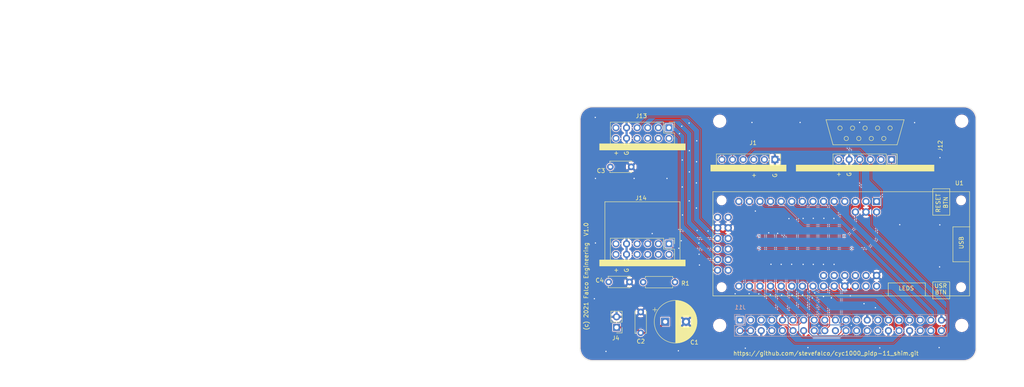
<source format=kicad_pcb>
(kicad_pcb (version 20171130) (host pcbnew 5.1.9-1.fc33)
  (title_block (title "PDP2011 Shim for PiDP-11") (date 2021-01-29) (rev 1) (company "Falco Engineering"))
  (layers (0 F.Cu signal) (1 In1.Cu signal) (2 In2.Cu signal) (31 B.Cu signal) (34 B.Paste user) (35 F.Paste user) (36 B.SilkS user) (37 F.SilkS user) (38 B.Mask user) (39 F.Mask user) (44 Edge.Cuts user))
  (net 0 "")
  (net 1 GND)
  (net 2 /VIN)
  (net 3 /VCC5)
  (net 4 /COL2)
  (net 5 /TX1)
  (net 6 /RX1)
  (net 7 /ROW1)
  (net 8 /ROW2)
  (net 9 /COL1)
  (net 10 /XLED2)
  (net 11 /XLED3)
  (net 12 /XLED4)
  (net 13 /COL8)
  (net 14 /COL7)
  (net 15 /XLED5)
  (net 16 /COL9)
  (net 17 /COL6)
  (net 18 /COL5)
  (net 19 /COL3)
  (net 20 /COL4)
  (net 21 /COL10)
  (net 22 /COL11)
  (net 23 /RESET_N)
  (net 24 /ROW0)
  (net 25 /COL0)
  (net 26 /XLED0)
  (net 27 /XLED1)
  (net 28 /RTS)
  (net 29 /CTS)
  (net 30 /VCC33)
  (net 31 /USD_CS)
  (net 32 /USD_MOSI)
  (net 33 /USD_MISO)
  (net 34 /USD_SCK)
  (net 35 /ETH_SCK)
  (net 36 /ETH_MISO)
  (net 37 /ETH_MOSI)
  (net 38 /INT)
  (net 39 /ETH_SS)
  (module falco_CYC1000:CYC1000 (layer F.Cu) (at 271.094566 111.755894 270)
    (fp_text reference U1 (at -4.395894 -19.825434 180) (layer F.SilkS))
    (fp_text value CYC1000)
    (fp_text user LEDS (at 20.828 -7.112) (layer F.SilkS))
    (fp_text user BTN (at 0.264106 -16.565434 90) (layer F.SilkS))
    (fp_text user RESET (at 0.394106 -14.765434 90) (layer F.SilkS))
    (fp_text user BTN (at 21.794106 -15.385434 180) (layer F.SilkS))
    (fp_text user USR (at 20.274106 -15.345434 180) (layer F.SilkS))
    (fp_text user USB (at 9.906 -20.32 90) (layer F.SilkS))
    (pad "" np_thru_hole circle (at 20.584414 -20.2438 270) (size 2 2) (drill 2) (layers *.Cu *.Mask))
    (pad "" np_thru_hole circle (at 20.584414 37.1348 270) (size 2 2) (drill 2) (layers *.Cu *.Mask))
    (pad "" np_thru_hole circle (at -0.254 37.1348 270) (size 2 2) (drill 2) (layers *.Cu *.Mask))
    (pad "" np_thru_hole circle (at -0.254 -20.2438 270) (size 2 2) (drill 2) (layers *.Cu *.Mask))
    (pad 49 thru_hole circle (at 16.51 38.1 270) (size 1.778 1.778) (drill 1.016) (layers *.Cu *.Mask) (net 39 /ETH_SS))
    (pad 48 thru_hole circle (at 13.97 38.1 270) (size 1.778 1.778) (drill 1.016) (layers *.Cu *.Mask) (net 37 /ETH_MOSI))
    (pad 47 thru_hole circle (at 11.43 38.1 270) (size 1.778 1.778) (drill 1.016) (layers *.Cu *.Mask) (net 36 /ETH_MISO))
    (pad 46 thru_hole circle (at 8.89 38.1 270) (size 1.778 1.778) (drill 1.016) (layers *.Cu *.Mask) (net 35 /ETH_SCK))
    (pad 45 thru_hole circle (at 6.35 38.1 270) (size 1.778 1.778) (drill 1.016) (layers *.Cu *.Mask) (net 1 GND))
    (pad 44 thru_hole circle (at 3.81 38.1 270) (size 1.778 1.778) (drill 1.016) (layers *.Cu *.Mask) (net 30 /VCC33))
    (pad 43 thru_hole circle (at 16.51 35.56 270) (size 1.778 1.778) (drill 1.016) (layers *.Cu *.Mask) (net 31 /USD_CS))
    (pad 42 thru_hole circle (at 13.97 35.56 270) (size 1.778 1.778) (drill 1.016) (layers *.Cu *.Mask) (net 32 /USD_MOSI))
    (pad 41 thru_hole circle (at 11.43 35.56 270) (size 1.778 1.778) (drill 1.016) (layers *.Cu *.Mask) (net 33 /USD_MISO))
    (pad 40 thru_hole circle (at 8.89 35.56 270) (size 1.778 1.778) (drill 1.016) (layers *.Cu *.Mask) (net 34 /USD_SCK))
    (pad 39 thru_hole circle (at 6.35 35.56 270) (size 1.778 1.778) (drill 1.016) (layers *.Cu *.Mask) (net 1 GND))
    (pad 38 thru_hole circle (at 3.81 35.56 270) (size 1.778 1.778) (drill 1.016) (layers *.Cu *.Mask) (net 30 /VCC33))
    (pad 37 thru_hole circle (at 20.32 33.02 270) (size 1.778 1.778) (drill 1.016) (layers *.Cu *.Mask) (net 19 /COL3))
    (pad 36 thru_hole circle (at 20.32 30.48 270) (size 1.778 1.778) (drill 1.016) (layers *.Cu *.Mask) (net 20 /COL4))
    (pad 35 thru_hole circle (at 20.32 27.94 270) (size 1.778 1.778) (drill 1.016) (layers *.Cu *.Mask) (net 18 /COL5))
    (pad 34 thru_hole circle (at 20.32 25.4 270) (size 1.778 1.778) (drill 1.016) (layers *.Cu *.Mask) (net 17 /COL6))
    (pad 33 thru_hole circle (at 20.32 22.86 270) (size 1.778 1.778) (drill 1.016) (layers *.Cu *.Mask) (net 14 /COL7))
    (pad 32 thru_hole circle (at 20.32 20.32 270) (size 1.778 1.778) (drill 1.016) (layers *.Cu *.Mask) (net 13 /COL8))
    (pad 31 thru_hole circle (at 20.32 17.78 270) (size 1.778 1.778) (drill 1.016) (layers *.Cu *.Mask) (net 16 /COL9))
    (pad 30 thru_hole circle (at 20.32 15.24 270) (size 1.778 1.778) (drill 1.016) (layers *.Cu *.Mask) (net 21 /COL10))
    (pad 29 thru_hole circle (at 20.32 12.7 270) (size 1.778 1.778) (drill 1.016) (layers *.Cu *.Mask) (net 22 /COL11))
    (pad 28 thru_hole circle (at 20.32 10.16 270) (size 1.778 1.778) (drill 1.016) (layers *.Cu *.Mask) (net 23 /RESET_N))
    (pad 27 thru_hole circle (at 20.32 7.62 270) (size 1.778 1.778) (drill 1.016) (layers *.Cu *.Mask) (net 1 GND))
    (pad 26 thru_hole circle (at 20.32 5.08 270) (size 1.778 1.778) (drill 1.016) (layers *.Cu *.Mask) (net 30 /VCC33))
    (pad 25 thru_hole circle (at 20.32 2.54 270) (size 1.778 1.778) (drill 1.016) (layers *.Cu *.Mask) (net 2 /VIN))
    (pad 24 thru_hole circle (at 20.32 0 270) (size 1.778 1.778) (drill 1.016) (layers *.Cu *.Mask) (net 3 /VCC5))
    (pad 23 thru_hole circle (at 17.78 12.7 270) (size 1.778 1.778) (drill 1.016) (layers *.Cu *.Mask))
    (pad 22 thru_hole circle (at 17.78 10.16 270) (size 1.778 1.778) (drill 1.016) (layers *.Cu *.Mask))
    (pad 21 thru_hole circle (at 17.78 7.62 270) (size 1.778 1.778) (drill 1.016) (layers *.Cu *.Mask))
    (pad 20 thru_hole circle (at 17.78 5.08 270) (size 1.778 1.778) (drill 1.016) (layers *.Cu *.Mask))
    (pad 19 thru_hole circle (at 17.78 2.54 270) (size 1.778 1.778) (drill 1.016) (layers *.Cu *.Mask))
    (pad 18 thru_hole circle (at 17.78 0 270) (size 1.778 1.778) (drill 1.016) (layers *.Cu *.Mask) (net 1 GND))
    (pad 17 thru_hole circle (at 2.54 5.08 270) (size 1.778 1.778) (drill 1.016) (layers *.Cu *.Mask) (net 5 /TX1))
    (pad 16 thru_hole circle (at 2.54 2.54 270) (size 1.778 1.778) (drill 1.016) (layers *.Cu *.Mask) (net 1 GND))
    (pad 15 thru_hole circle (at 2.54 0 270) (size 1.778 1.778) (drill 1.016) (layers *.Cu *.Mask) (net 6 /RX1))
    (pad 14 thru_hole circle (at 0 33.02 270) (size 1.778 1.778) (drill 1.016) (layers *.Cu *.Mask) (net 4 /COL2))
    (pad 13 thru_hole circle (at 0 30.48 270) (size 1.778 1.778) (drill 1.016) (layers *.Cu *.Mask) (net 9 /COL1))
    (pad 12 thru_hole circle (at 0 27.94 270) (size 1.778 1.778) (drill 1.016) (layers *.Cu *.Mask) (net 25 /COL0))
    (pad 11 thru_hole circle (at 0 25.4 270) (size 1.778 1.778) (drill 1.016) (layers *.Cu *.Mask) (net 8 /ROW2))
    (pad 10 thru_hole circle (at 0 22.86 270) (size 1.778 1.778) (drill 1.016) (layers *.Cu *.Mask) (net 7 /ROW1))
    (pad 9 thru_hole circle (at 0 20.32 270) (size 1.778 1.778) (drill 1.016) (layers *.Cu *.Mask) (net 24 /ROW0))
    (pad 8 thru_hole circle (at 0 17.78 270) (size 1.778 1.778) (drill 1.016) (layers *.Cu *.Mask) (net 29 /CTS))
    (pad 7 thru_hole circle (at 0 15.24 270) (size 1.778 1.778) (drill 1.016) (layers *.Cu *.Mask) (net 15 /XLED5))
    (pad 6 thru_hole circle (at 0 12.7 270) (size 1.778 1.778) (drill 1.016) (layers *.Cu *.Mask) (net 12 /XLED4))
    (pad 5 thru_hole circle (at 0 10.16 270) (size 1.778 1.778) (drill 1.016) (layers *.Cu *.Mask) (net 11 /XLED3))
    (pad 4 thru_hole circle (at 0 7.62 270) (size 1.778 1.778) (drill 1.016) (layers *.Cu *.Mask) (net 10 /XLED2))
    (pad 3 thru_hole circle (at 0 5.08 270) (size 1.778 1.778) (drill 1.016) (layers *.Cu *.Mask) (net 27 /XLED1))
    (pad 1 thru_hole rect (at 0 0 270) (size 1.778 1.778) (drill 1.016) (layers *.Cu *.Mask) (net 28 /RTS))
    (pad 2 thru_hole circle (at 0 2.54 270) (size 1.778 1.778) (drill 1.016) (layers *.Cu *.Mask) (net 26 /XLED0))
  )
  (module falco_VIAS:VIA-0.6mm (layer F.Cu) (at 255.7 134.92 180)
    (fp_text reference REF** hide)
    (fp_text value VIA-0.6mm hide)
    (pad 1 thru_hole circle (at 0 0 180) (size 0.6 0.6) (drill 0.3) (layers *.Cu) (net 1 GND))
  )
  (module falco_VIAS:VIA-0.6mm (layer F.Cu) (at 256.27 133.71 180)
    (fp_text reference REF** hide)
    (fp_text value VIA-0.6mm hide)
    (pad 1 thru_hole circle (at 0 0 180) (size 0.6 0.6) (drill 0.3) (layers *.Cu) (net 1 GND))
  )
  (module falco_VIAS:VIA-0.6mm (layer F.Cu) (at 260.26 134.89 180)
    (fp_text reference REF** hide)
    (fp_text value VIA-0.6mm hide)
    (pad 1 thru_hole circle (at 0 0 180) (size 0.6 0.6) (drill 0.3) (layers *.Cu) (net 1 GND))
  )
  (module falco_VIAS:VIA-0.6mm (layer F.Cu) (at 237.21 133.91 180)
    (fp_text reference REF** hide)
    (fp_text value VIA-0.6mm hide)
    (pad 1 thru_hole circle (at 0 0 180) (size 0.6 0.6) (drill 0.3) (layers *.Cu) (net 1 GND))
  )
  (module falco_VIAS:VIA-0.6mm (layer F.Cu) (at 240.56 133.9 180)
    (fp_text reference REF** hide)
    (fp_text value VIA-0.6mm hide)
    (pad 1 thru_hole circle (at 0 0 180) (size 0.6 0.6) (drill 0.3) (layers *.Cu) (net 1 GND))
  )
  (module falco_VIAS:VIA-0.6mm (layer F.Cu) (at 242.86 133.96 180)
    (fp_text reference REF** hide)
    (fp_text value VIA-0.6mm hide)
    (pad 1 thru_hole circle (at 0 0 180) (size 0.6 0.6) (drill 0.3) (layers *.Cu) (net 1 GND))
  )
  (module falco_VIAS:VIA-0.6mm (layer F.Cu) (at 245.24 119.29 180)
    (fp_text reference REF** hide)
    (fp_text value VIA-0.6mm hide)
    (pad 1 thru_hole circle (at 0 0 180) (size 0.6 0.6) (drill 0.3) (layers *.Cu) (net 1 GND))
  )
  (module falco_VIAS:VIA-0.6mm (layer F.Cu) (at 245.79 126.84 180)
    (fp_text reference REF** hide)
    (fp_text value VIA-0.6mm hide)
    (pad 1 thru_hole circle (at 0 0 180) (size 0.6 0.6) (drill 0.3) (layers *.Cu) (net 1 GND))
  )
  (module falco_VIAS:VIA-0.6mm (layer F.Cu) (at 248.24 126.86 180)
    (fp_text reference REF** hide)
    (fp_text value VIA-0.6mm hide)
    (pad 1 thru_hole circle (at 0 0 180) (size 0.6 0.6) (drill 0.3) (layers *.Cu) (net 1 GND))
  )
  (module falco_VIAS:VIA-0.6mm (layer F.Cu) (at 247.39 119.43 180)
    (fp_text reference REF** hide)
    (fp_text value VIA-0.6mm hide)
    (pad 1 thru_hole circle (at 0 0 180) (size 0.6 0.6) (drill 0.3) (layers *.Cu) (net 1 GND))
  )
  (module falco_VIAS:VIA-0.6mm (layer F.Cu) (at 242.05 114.07 180)
    (fp_text reference REF** hide)
    (fp_text value VIA-0.6mm hide)
    (pad 1 thru_hole circle (at 0 0 180) (size 0.6 0.6) (drill 0.3) (layers *.Cu) (net 1 GND))
  )
  (module falco_VIAS:VIA-0.6mm (layer F.Cu) (at 250.74 126.84 180)
    (fp_text reference REF** hide)
    (fp_text value VIA-0.6mm hide)
    (pad 1 thru_hole circle (at 0 0 180) (size 0.6 0.6) (drill 0.3) (layers *.Cu) (net 1 GND))
  )
  (module falco_VIAS:VIA-0.6mm (layer F.Cu) (at 253.5 126.86 180)
    (fp_text reference REF** hide)
    (fp_text value VIA-0.6mm hide)
    (pad 1 thru_hole circle (at 0 0 180) (size 0.6 0.6) (drill 0.3) (layers *.Cu) (net 1 GND))
  )
  (module falco_VIAS:VIA-0.6mm (layer F.Cu) (at 255.93 126.86 180)
    (fp_text reference REF** hide)
    (fp_text value VIA-0.6mm hide)
    (pad 1 thru_hole circle (at 0 0 180) (size 0.6 0.6) (drill 0.3) (layers *.Cu) (net 1 GND))
  )
  (module falco_VIAS:VIA-0.6mm (layer F.Cu) (at 258.36 126.86 180)
    (fp_text reference REF** hide)
    (fp_text value VIA-0.6mm hide)
    (pad 1 thru_hole circle (at 0 0 180) (size 0.6 0.6) (drill 0.3) (layers *.Cu) (net 1 GND))
  )
  (module falco_VIAS:VIA-0.6mm (layer F.Cu) (at 260.91 126.86 180)
    (fp_text reference REF** hide)
    (fp_text value VIA-0.6mm hide)
    (pad 1 thru_hole circle (at 0 0 180) (size 0.6 0.6) (drill 0.3) (layers *.Cu) (net 1 GND))
  )
  (module falco_VIAS:VIA-0.6mm (layer F.Cu) (at 250.09 115.88 180)
    (fp_text reference REF** hide)
    (fp_text value VIA-0.6mm hide)
    (pad 1 thru_hole circle (at 0 0 180) (size 0.6 0.6) (drill 0.3) (layers *.Cu) (net 1 GND))
  )
  (module falco_VIAS:VIA-0.6mm (layer F.Cu) (at 253.5 115.83 180)
    (fp_text reference REF** hide)
    (fp_text value VIA-0.6mm hide)
    (pad 1 thru_hole circle (at 0 0 180) (size 0.6 0.6) (drill 0.3) (layers *.Cu) (net 1 GND))
  )
  (module falco_VIAS:VIA-0.6mm (layer F.Cu) (at 255.93 115.81 180)
    (fp_text reference REF** hide)
    (fp_text value VIA-0.6mm hide)
    (pad 1 thru_hole circle (at 0 0 180) (size 0.6 0.6) (drill 0.3) (layers *.Cu) (net 1 GND))
  )
  (module falco_VIAS:VIA-0.6mm (layer F.Cu) (at 258.46 115.81 180)
    (fp_text reference REF** hide)
    (fp_text value VIA-0.6mm hide)
    (pad 1 thru_hole circle (at 0 0 180) (size 0.6 0.6) (drill 0.3) (layers *.Cu) (net 1 GND))
  )
  (module falco_VIAS:VIA-0.6mm (layer F.Cu) (at 260.86 115.83 180)
    (fp_text reference REF** hide)
    (fp_text value VIA-0.6mm hide)
    (pad 1 thru_hole circle (at 0 0 180) (size 0.6 0.6) (drill 0.3) (layers *.Cu) (net 1 GND))
  )
  (module falco_VIAS:VIA-0.6mm (layer F.Cu) (at 257.28 141.59 180)
    (fp_text reference REF** hide)
    (fp_text value VIA-0.6mm hide)
    (pad 1 thru_hole circle (at 0 0 180) (size 0.6 0.6) (drill 0.3) (layers *.Cu) (net 1 GND))
  )
  (module falco_VIAS:VIA-0.6mm (layer F.Cu) (at 265.04 141.49 180)
    (fp_text reference REF** hide)
    (fp_text value VIA-0.6mm hide)
    (pad 1 thru_hole circle (at 0 0 180) (size 0.6 0.6) (drill 0.3) (layers *.Cu) (net 1 GND))
  )
  (module falco_VIAS:VIA-0.6mm (layer F.Cu) (at 245.64 134.17 180)
    (fp_text reference REF** hide)
    (fp_text value VIA-0.6mm hide)
    (pad 1 thru_hole circle (at 0 0 180) (size 0.6 0.6) (drill 0.3) (layers *.Cu) (net 1 GND))
  )
  (module falco_VIAS:VIA-0.6mm (layer F.Cu) (at 248.34 134.23 180)
    (fp_text reference REF** hide)
    (fp_text value VIA-0.6mm hide)
    (pad 1 thru_hole circle (at 0 0 180) (size 0.6 0.6) (drill 0.3) (layers *.Cu) (net 1 GND))
  )
  (module falco_VIAS:VIA-0.6mm (layer F.Cu) (at 250.84 134.25 180)
    (fp_text reference REF** hide)
    (fp_text value VIA-0.6mm hide)
    (pad 1 thru_hole circle (at 0 0 180) (size 0.6 0.6) (drill 0.3) (layers *.Cu) (net 1 GND))
  )
  (module falco_VIAS:VIA-0.6mm (layer F.Cu) (at 253.36 134.2 180)
    (fp_text reference REF** hide)
    (fp_text value VIA-0.6mm hide)
    (pad 1 thru_hole circle (at 0 0 180) (size 0.6 0.6) (drill 0.3) (layers *.Cu) (net 1 GND))
  )
  (module falco_VIAS:VIA-0.6mm (layer F.Cu) (at 268.08 136.29 180)
    (fp_text reference REF** hide)
    (fp_text value VIA-0.6mm hide)
    (pad 1 thru_hole circle (at 0 0 180) (size 0.6 0.6) (drill 0.3) (layers *.Cu) (net 1 GND))
  )
  (module falco_VIAS:VIA-0.6mm (layer F.Cu) (at 264.8 134.41 180)
    (fp_text reference REF** hide)
    (fp_text value VIA-0.6mm hide)
    (pad 1 thru_hole circle (at 0 0 180) (size 0.6 0.6) (drill 0.3) (layers *.Cu) (net 1 GND))
  )
  (module falco_VIAS:VIA-0.6mm (layer F.Cu) (at 258.37 134.59 180)
    (fp_text reference REF** hide)
    (fp_text value VIA-0.6mm hide)
    (pad 1 thru_hole circle (at 0 0 180) (size 0.6 0.6) (drill 0.3) (layers *.Cu) (net 1 GND))
  )
  (module falco_VIAS:VIA-0.6mm (layer F.Cu) (at 270.81 137.26 180)
    (fp_text reference REF** hide)
    (fp_text value VIA-0.6mm hide)
    (pad 1 thru_hole circle (at 0 0 180) (size 0.6 0.6) (drill 0.3) (layers *.Cu) (net 1 GND))
  )
  (module falco_VIAS:VIA-0.6mm (layer F.Cu) (at 223.6 147.59 180)
    (fp_text reference REF** hide)
    (fp_text value VIA-0.6mm hide)
    (pad 1 thru_hole circle (at 0 0 180) (size 0.6 0.6) (drill 0.3) (layers *.Cu) (net 1 GND))
  )
  (module falco_VIAS:VIA-0.6mm (layer F.Cu) (at 239.64 146.97 180)
    (fp_text reference REF** hide)
    (fp_text value VIA-0.6mm hide)
    (pad 1 thru_hole circle (at 0 0 180) (size 0.6 0.6) (drill 0.3) (layers *.Cu) (net 1 GND))
  )
  (module falco_VIAS:VIA-0.6mm (layer F.Cu) (at 254.64 146.82 180)
    (fp_text reference REF** hide)
    (fp_text value VIA-0.6mm hide)
    (pad 1 thru_hole circle (at 0 0 180) (size 0.6 0.6) (drill 0.3) (layers *.Cu) (net 1 GND))
  )
  (module falco_VIAS:VIA-0.6mm (layer F.Cu) (at 271.85 146.9 180)
    (fp_text reference REF** hide)
    (fp_text value VIA-0.6mm hide)
    (pad 1 thru_hole circle (at 0 0 180) (size 0.6 0.6) (drill 0.3) (layers *.Cu) (net 1 GND))
  )
  (module falco_VIAS:VIA-0.6mm (layer F.Cu) (at 286.08 146.82 180)
    (fp_text reference REF** hide)
    (fp_text value VIA-0.6mm hide)
    (pad 1 thru_hole circle (at 0 0 180) (size 0.6 0.6) (drill 0.3) (layers *.Cu) (net 1 GND))
  )
  (module falco_VIAS:VIA-0.6mm (layer F.Cu) (at 286.19 127.47 180)
    (fp_text reference REF** hide)
    (fp_text value VIA-0.6mm hide)
    (pad 1 thru_hole circle (at 0 0 180) (size 0.6 0.6) (drill 0.3) (layers *.Cu) (net 1 GND))
  )
  (module falco_VIAS:VIA-0.6mm (layer F.Cu) (at 276.64 117.34 180)
    (fp_text reference REF** hide)
    (fp_text value VIA-0.6mm hide)
    (pad 1 thru_hole circle (at 0 0 180) (size 0.6 0.6) (drill 0.3) (layers *.Cu) (net 1 GND))
  )
  (module falco_VIAS:VIA-0.6mm (layer F.Cu) (at 203.47 135.1 180)
    (fp_text reference REF** hide)
    (fp_text value VIA-0.6mm hide)
    (pad 1 thru_hole circle (at 0 0 180) (size 0.6 0.6) (drill 0.3) (layers *.Cu) (net 1 GND))
  )
  (module falco_VIAS:VIA-0.6mm (layer F.Cu) (at 286.24 117.38 180)
    (fp_text reference REF** hide)
    (fp_text value VIA-0.6mm hide)
    (pad 1 thru_hole circle (at 0 0 180) (size 0.6 0.6) (drill 0.3) (layers *.Cu) (net 1 GND))
  )
  (module falco_VIAS:VIA-0.6mm (layer F.Cu) (at 286.28 101.25 180)
    (fp_text reference REF** hide)
    (fp_text value VIA-0.6mm hide)
    (pad 1 thru_hole circle (at 0 0 180) (size 0.6 0.6) (drill 0.3) (layers *.Cu) (net 1 GND))
  )
  (module falco_VIAS:VIA-0.6mm (layer F.Cu) (at 280.2 92.85 180)
    (fp_text reference REF** hide)
    (fp_text value VIA-0.6mm hide)
    (pad 1 thru_hole circle (at 0 0 180) (size 0.6 0.6) (drill 0.3) (layers *.Cu) (net 1 GND))
  )
  (module falco_VIAS:VIA-0.6mm (layer F.Cu) (at 267.02 92.81 180)
    (fp_text reference REF** hide)
    (fp_text value VIA-0.6mm hide)
    (pad 1 thru_hole circle (at 0 0 180) (size 0.6 0.6) (drill 0.3) (layers *.Cu) (net 1 GND))
  )
  (module falco_VIAS:VIA-0.6mm (layer F.Cu) (at 252.77 92.81 180)
    (fp_text reference REF** hide)
    (fp_text value VIA-0.6mm hide)
    (pad 1 thru_hole circle (at 0 0 180) (size 0.6 0.6) (drill 0.3) (layers *.Cu) (net 1 GND))
  )
  (module falco_VIAS:VIA-0.6mm (layer F.Cu) (at 241.23 92.81 180)
    (fp_text reference REF** hide)
    (fp_text value VIA-0.6mm hide)
    (pad 1 thru_hole circle (at 0 0 180) (size 0.6 0.6) (drill 0.3) (layers *.Cu) (net 1 GND))
  )
  (module falco_VIAS:VIA-0.6mm (layer F.Cu) (at 224.29 121.19 180)
    (fp_text reference REF** hide)
    (fp_text value VIA-0.6mm hide)
    (pad 1 thru_hole circle (at 0 0 180) (size 0.6 0.6) (drill 0.3) (layers *.Cu) (net 1 GND))
  )
  (module falco_VIAS:VIA-0.6mm (layer F.Cu) (at 223.7 123 180)
    (fp_text reference REF** hide)
    (fp_text value VIA-0.6mm hide)
    (pad 1 thru_hole circle (at 0 0 180) (size 0.6 0.6) (drill 0.3) (layers *.Cu) (net 1 GND))
  )
  (module falco_VIAS:VIA-0.6mm (layer F.Cu) (at 217.33 119.46 180)
    (fp_text reference REF** hide)
    (fp_text value VIA-0.6mm hide)
    (pad 1 thru_hole circle (at 0 0 180) (size 0.6 0.6) (drill 0.3) (layers *.Cu) (net 1 GND))
  )
  (module falco_VIAS:VIA-0.6mm (layer F.Cu) (at 228.65 127.02 180)
    (fp_text reference REF** hide)
    (fp_text value VIA-0.6mm hide)
    (pad 1 thru_hole circle (at 0 0 180) (size 0.6 0.6) (drill 0.3) (layers *.Cu) (net 1 GND))
  )
  (module falco_VIAS:VIA-0.6mm (layer F.Cu) (at 228.56 124.44 180)
    (fp_text reference REF** hide)
    (fp_text value VIA-0.6mm hide)
    (pad 1 thru_hole circle (at 0 0 180) (size 0.6 0.6) (drill 0.3) (layers *.Cu) (net 1 GND))
  )
  (module falco_VIAS:VIA-0.6mm (layer F.Cu) (at 203.73 121.73 180)
    (fp_text reference REF** hide)
    (fp_text value VIA-0.6mm hide)
    (pad 1 thru_hole circle (at 0 0 180) (size 0.6 0.6) (drill 0.3) (layers *.Cu) (net 1 GND))
  )
  (module falco_VIAS:VIA-0.6mm (layer F.Cu) (at 203.69 91.6 180)
    (fp_text reference REF** hide)
    (fp_text value VIA-0.6mm hide)
    (pad 1 thru_hole circle (at 0 0 180) (size 0.6 0.6) (drill 0.3) (layers *.Cu) (net 1 GND))
  )
  (module falco_VIAS:VIA-0.6mm (layer F.Cu) (at 203.73 106.24 180)
    (fp_text reference REF** hide)
    (fp_text value VIA-0.6mm hide)
    (pad 1 thru_hole circle (at 0 0 180) (size 0.6 0.6) (drill 0.3) (layers *.Cu) (net 1 GND))
  )
  (module falco_VIAS:VIA-0.6mm (layer F.Cu) (at 213 106.24 180)
    (fp_text reference REF** hide)
    (fp_text value VIA-0.6mm hide)
    (pad 1 thru_hole circle (at 0 0 180) (size 0.6 0.6) (drill 0.3) (layers *.Cu) (net 1 GND))
  )
  (module falco_VIAS:VIA-0.6mm (layer F.Cu) (at 220.87 106.24 180)
    (fp_text reference REF** hide)
    (fp_text value VIA-0.6mm hide)
    (pad 1 thru_hole circle (at 0 0 180) (size 0.6 0.6) (drill 0.3) (layers *.Cu) (net 1 GND))
  )
  (module falco_VIAS:VIA-0.6mm (layer F.Cu) (at 228.5 121.75 180)
    (fp_text reference REF** hide)
    (fp_text value VIA-0.6mm hide)
    (pad 1 thru_hole circle (at 0 0 180) (size 0.6 0.6) (drill 0.3) (layers *.Cu) (net 1 GND))
  )
  (module falco_VIAS:VIA-0.6mm (layer F.Cu) (at 224.58 115.01 180)
    (fp_text reference REF** hide)
    (fp_text value VIA-0.6mm hide)
    (pad 1 thru_hole circle (at 0 0 180) (size 0.6 0.6) (drill 0.3) (layers *.Cu) (net 1 GND))
  )
  (module falco_VIAS:VIA-0.6mm (layer F.Cu) (at 224.53 108.29 180)
    (fp_text reference REF** hide)
    (fp_text value VIA-0.6mm hide)
    (pad 1 thru_hole circle (at 0 0 180) (size 0.6 0.6) (drill 0.3) (layers *.Cu) (net 1 GND))
  )
  (module falco_VIAS:VIA-0.6mm (layer F.Cu) (at 224.53 101.82 180)
    (fp_text reference REF** hide)
    (fp_text value VIA-0.6mm hide)
    (pad 1 thru_hole circle (at 0 0 180) (size 0.6 0.6) (drill 0.3) (layers *.Cu) (net 1 GND))
  )
  (module falco_VIAS:VIA-0.6mm (layer F.Cu) (at 223.86 95.5 180)
    (fp_text reference REF** hide)
    (fp_text value VIA-0.6mm hide)
    (pad 1 thru_hole circle (at 0 0 180) (size 0.6 0.6) (drill 0.3) (layers *.Cu) (net 1 GND))
  )
  (module falco_VIAS:VIA-0.6mm (layer F.Cu) (at 224.41 93.71 180)
    (fp_text reference REF** hide)
    (fp_text value VIA-0.6mm hide)
    (pad 1 thru_hole circle (at 0 0 180) (size 0.6 0.6) (drill 0.3) (layers *.Cu) (net 1 GND))
  )
  (module falco_VIAS:VIA-0.6mm (layer F.Cu) (at 226.23 99.57 180)
    (fp_text reference REF** hide)
    (fp_text value VIA-0.6mm hide)
    (pad 1 thru_hole circle (at 0 0 180) (size 0.6 0.6) (drill 0.3) (layers *.Cu) (net 1 GND))
  )
  (module falco_VIAS:VIA-0.6mm (layer F.Cu) (at 226.23 104.67 180)
    (fp_text reference REF** hide)
    (fp_text value VIA-0.6mm hide)
    (pad 1 thru_hole circle (at 0 0 180) (size 0.6 0.6) (drill 0.3) (layers *.Cu) (net 1 GND))
  )
  (module falco_VIAS:VIA-0.6mm (layer F.Cu) (at 226.2 111.62 180)
    (fp_text reference REF** hide)
    (fp_text value VIA-0.6mm hide)
    (pad 1 thru_hole circle (at 0 0 180) (size 0.6 0.6) (drill 0.3) (layers *.Cu) (net 1 GND))
  )
  (module falco_VIAS:VIA-0.6mm (layer F.Cu) (at 228.1 118.73 180)
    (fp_text reference REF** hide)
    (fp_text value VIA-0.6mm hide)
    (pad 1 thru_hole circle (at 0 0 180) (size 0.6 0.6) (drill 0.3) (layers *.Cu) (net 1 GND))
  )
  (module falco_VIAS:VIA-0.6mm (layer F.Cu) (at 230.71 118.86 180)
    (fp_text reference REF** hide)
    (fp_text value VIA-0.6mm hide)
    (pad 1 thru_hole circle (at 0 0 180) (size 0.6 0.6) (drill 0.3) (layers *.Cu) (net 1 GND))
  )
  (module falco_VIAS:VIA-0.6mm (layer F.Cu) (at 227.92 113.34 180)
    (fp_text reference REF** hide)
    (fp_text value VIA-0.6mm hide)
    (pad 1 thru_hole circle (at 0 0 180) (size 0.6 0.6) (drill 0.3) (layers *.Cu) (net 1 GND))
  )
  (module falco_VIAS:VIA-0.6mm (layer F.Cu) (at 227.92 107.32 180)
    (fp_text reference REF** hide)
    (fp_text value VIA-0.6mm hide)
    (pad 1 thru_hole circle (at 0 0 180) (size 0.6 0.6) (drill 0.3) (layers *.Cu) (net 1 GND))
  )
  (module falco_VIAS:VIA-0.6mm (layer F.Cu) (at 227.95 102.23 180)
    (fp_text reference REF** hide)
    (fp_text value VIA-0.6mm hide)
    (pad 1 thru_hole circle (at 0 0 180) (size 0.6 0.6) (drill 0.3) (layers *.Cu) (net 1 GND))
  )
  (module falco_VIAS:VIA-0.6mm (layer F.Cu) (at 228 97.21 180)
    (fp_text reference REF** hide)
    (fp_text value VIA-0.6mm hide)
    (pad 1 thru_hole circle (at 0 0 180) (size 0.6 0.6) (drill 0.3) (layers *.Cu) (net 1 GND))
  )
  (module falco_VIAS:VIA-0.6mm (layer F.Cu) (at 226.17 92.96 180)
    (fp_text reference REF** hide)
    (fp_text value VIA-0.6mm hide)
    (pad 1 thru_hole circle (at 0 0 180) (size 0.6 0.6) (drill 0.3) (layers *.Cu) (net 1 GND))
  )
  (module falco_VIAS:VIA-0.6mm (layer F.Cu) (at 206.25 147.74 180)
    (fp_text reference REF** hide)
    (fp_text value VIA-0.6mm hide)
    (pad 1 thru_hole circle (at 0 0 180) (size 0.6 0.6) (drill 0.3) (layers *.Cu) (net 1 GND))
  )
  (module falco_digilent:rs232-1x6 (layer F.Cu) (at 274.68 99.16 270)
    (fp_text reference J12 (at -0.762 -11.684 90) (layer F.SilkS))
    (fp_text value RS232_PMOD)
    (fp_text user + (at 6.096 12.7 90) (layer F.SilkS))
    (fp_text user G (at 6.096 10.16 90) (layer F.SilkS))
    (pad 1 thru_hole rect (at 2.54 0 270) (size 1.7 1.7) (drill 1) (layers *.Cu *.Mask) (net 28 /RTS))
    (pad 2 thru_hole oval (at 2.54 2.54 270) (size 1.7 1.7) (drill 1) (layers *.Cu *.Mask) (net 29 /CTS))
    (pad 3 thru_hole oval (at 2.54 5.08 270) (size 1.7 1.7) (drill 1) (layers *.Cu *.Mask) (net 6 /RX1))
    (pad 4 thru_hole oval (at 2.54 7.62 270) (size 1.7 1.7) (drill 1) (layers *.Cu *.Mask) (net 5 /TX1))
    (pad 5 thru_hole oval (at 2.54 10.16 270) (size 1.7 1.7) (drill 1) (layers *.Cu *.Mask) (net 1 GND))
    (pad 6 thru_hole oval (at 2.54 12.7 270) (size 1.7 1.7) (drill 1) (layers *.Cu *.Mask) (net 30 /VCC33))
  )
  (module falco_digilent:ethernet-2x6 (layer F.Cu) (at 221.34 121.92 270)
    (fp_text reference J14 (at -10.97 6.69 180) (layer F.SilkS))
    (fp_text value ETH_PMOD)
    (fp_text user + (at 6.35 12.7 90) (layer F.SilkS))
    (fp_text user G (at 6.35 10.16 90) (layer F.SilkS))
    (pad 1 thru_hole rect (at 0 0 270) (size 1.7 1.7) (drill 1) (layers *.Cu *.Mask) (net 39 /ETH_SS))
    (pad 7 thru_hole oval (at 2.54 0 270) (size 1.7 1.7) (drill 1) (layers *.Cu *.Mask) (net 38 /INT))
    (pad 2 thru_hole oval (at 0 2.54 270) (size 1.7 1.7) (drill 1) (layers *.Cu *.Mask) (net 37 /ETH_MOSI))
    (pad 8 thru_hole oval (at 2.54 2.54 270) (size 1.7 1.7) (drill 1) (layers *.Cu *.Mask))
    (pad 3 thru_hole oval (at 0 5.08 270) (size 1.7 1.7) (drill 1) (layers *.Cu *.Mask) (net 36 /ETH_MISO))
    (pad 9 thru_hole oval (at 2.54 5.08 270) (size 1.7 1.7) (drill 1) (layers *.Cu *.Mask))
    (pad 4 thru_hole oval (at 0 7.62 270) (size 1.7 1.7) (drill 1) (layers *.Cu *.Mask) (net 35 /ETH_SCK))
    (pad 10 thru_hole oval (at 2.54 7.62 270) (size 1.7 1.7) (drill 1) (layers *.Cu *.Mask))
    (pad 5 thru_hole oval (at 0 10.16 270) (size 1.7 1.7) (drill 1) (layers *.Cu *.Mask) (net 1 GND))
    (pad 11 thru_hole oval (at 2.54 10.16 270) (size 1.7 1.7) (drill 1) (layers *.Cu *.Mask) (net 1 GND))
    (pad 6 thru_hole oval (at 0 12.7 270) (size 1.7 1.7) (drill 1) (layers *.Cu *.Mask) (net 30 /VCC33))
    (pad 12 thru_hole oval (at 2.54 12.7 270) (size 1.7 1.7) (drill 1) (layers *.Cu *.Mask) (net 30 /VCC33))
  )
  (module MountingHole:MountingHole_2.7mm_M2.5 (layer F.Cu) (at 233.5 92.5 180)
    (fp_text reference MK4 hide)
    (fp_text value M2.5)
    (pad "" np_thru_hole circle (at 0 0 180) (size 2.8 2.8) (drill 2.8) (layers *.Cu *.Mask))
  )
  (module MountingHole:MountingHole_2.7mm_M2.5 (layer F.Cu) (at 291.5 92.5 180)
    (fp_text reference MK3 hide)
    (fp_text value M2.5)
    (pad "" np_thru_hole circle (at 0 0 180) (size 2.8 2.8) (drill 2.8) (layers *.Cu *.Mask))
  )
  (module MountingHole:MountingHole_2.7mm_M2.5 (layer F.Cu) (at 233.5 141.5)
    (fp_text reference MK2 hide)
    (fp_text value M2.5)
    (pad "" np_thru_hole circle (at 0 0) (size 2.8 2.8) (drill 2.8) (layers *.Cu *.Mask))
  )
  (module MountingHole:MountingHole_2.7mm_M2.5 (layer F.Cu) (at 291.5 141.5)
    (fp_text reference MK1 hide)
    (fp_text value M2.5)
    (pad "" np_thru_hole circle (at 0 0) (size 2.8 2.8) (drill 2.8) (layers *.Cu *.Mask))
  )
  (module Capacitor_THT:CP_Radial_D10.0mm_P5.00mm (layer F.Cu) (at 220.44 140.62)
    (fp_text reference C1 (at 7.002198 4.94802) (layer F.SilkS))
    (fp_text value 270u)
    (pad 1 thru_hole rect (at 0 0) (size 2 2) (drill 1) (layers *.Cu *.Mask) (net 2 /VIN))
    (pad 2 thru_hole circle (at 5 0) (size 2 2) (drill 1) (layers *.Cu *.Mask) (net 1 GND))
  )
  (module Capacitor_THT:C_Disc_D5.0mm_W2.5mm_P5.00mm (layer F.Cu) (at 214.57 143.28 90)
    (fp_text reference C2 (at -2.05 0.02 180) (layer F.SilkS))
    (fp_text value 0.1u)
    (pad 1 thru_hole circle (at 0 0 90) (size 1.6 1.6) (drill 0.8) (layers *.Cu *.Mask) (net 2 /VIN))
    (pad 2 thru_hole circle (at 5 0 90) (size 1.6 1.6) (drill 0.8) (layers *.Cu *.Mask) (net 1 GND))
  )
  (module Connector_PinHeader_2.54mm:PinHeader_1x02_P2.54mm_Vertical (layer F.Cu) (at 208.78 141.98 180)
    (fp_text reference J4 (at 0.17238 -2.566112) (layer F.SilkS))
    (fp_text value "EXTERNAL 5.0V POWER")
    (pad 1 thru_hole rect (at 0 0 180) (size 1.7 1.7) (drill 1) (layers *.Cu *.Mask) (net 2 /VIN))
    (pad 2 thru_hole oval (at 0 2.54 180) (size 1.7 1.7) (drill 1) (layers *.Cu *.Mask) (net 1 GND))
  )
  (module Connector_PinHeader_2.54mm:PinHeader_2x20_P2.54mm_Vertical (layer B.Cu) (at 238.37 140.23 270)
    (fp_text reference J11 (at -3.06 -0.03 180) (layer B.SilkS) (effects (justify mirror)))
    (fp_text value Raspberry_Hat)
    (pad 1 thru_hole rect (at 0 0 270) (size 1.7 1.7) (drill 1) (layers *.Cu *.Mask) (net 30 /VCC33))
    (pad 2 thru_hole oval (at 2.54 0 270) (size 1.7 1.7) (drill 1) (layers *.Cu *.Mask) (net 3 /VCC5))
    (pad 3 thru_hole oval (at 0 -2.54 270) (size 1.7 1.7) (drill 1) (layers *.Cu *.Mask))
    (pad 4 thru_hole oval (at 2.54 -2.54 270) (size 1.7 1.7) (drill 1) (layers *.Cu *.Mask) (net 3 /VCC5))
    (pad 5 thru_hole oval (at 0 -5.08 270) (size 1.7 1.7) (drill 1) (layers *.Cu *.Mask))
    (pad 6 thru_hole oval (at 2.54 -5.08 270) (size 1.7 1.7) (drill 1) (layers *.Cu *.Mask) (net 1 GND))
    (pad 7 thru_hole oval (at 0 -7.62 270) (size 1.7 1.7) (drill 1) (layers *.Cu *.Mask) (net 4 /COL2))
    (pad 8 thru_hole oval (at 2.54 -7.62 270) (size 1.7 1.7) (drill 1) (layers *.Cu *.Mask) (net 5 /TX1))
    (pad 9 thru_hole oval (at 0 -10.16 270) (size 1.7 1.7) (drill 1) (layers *.Cu *.Mask) (net 1 GND))
    (pad 10 thru_hole oval (at 2.54 -10.16 270) (size 1.7 1.7) (drill 1) (layers *.Cu *.Mask) (net 6 /RX1))
    (pad 11 thru_hole oval (at 0 -12.7 270) (size 1.7 1.7) (drill 1) (layers *.Cu *.Mask) (net 7 /ROW1))
    (pad 12 thru_hole oval (at 2.54 -12.7 270) (size 1.7 1.7) (drill 1) (layers *.Cu *.Mask) (net 8 /ROW2))
    (pad 13 thru_hole oval (at 0 -15.24 270) (size 1.7 1.7) (drill 1) (layers *.Cu *.Mask) (net 9 /COL1))
    (pad 14 thru_hole oval (at 2.54 -15.24 270) (size 1.7 1.7) (drill 1) (layers *.Cu *.Mask) (net 1 GND))
    (pad 15 thru_hole oval (at 0 -17.78 270) (size 1.7 1.7) (drill 1) (layers *.Cu *.Mask) (net 10 /XLED2))
    (pad 16 thru_hole oval (at 2.54 -17.78 270) (size 1.7 1.7) (drill 1) (layers *.Cu *.Mask) (net 11 /XLED3))
    (pad 17 thru_hole oval (at 0 -20.32 270) (size 1.7 1.7) (drill 1) (layers *.Cu *.Mask) (net 30 /VCC33))
    (pad 18 thru_hole oval (at 2.54 -20.32 270) (size 1.7 1.7) (drill 1) (layers *.Cu *.Mask) (net 12 /XLED4))
    (pad 19 thru_hole oval (at 0 -22.86 270) (size 1.7 1.7) (drill 1) (layers *.Cu *.Mask) (net 13 /COL8))
    (pad 20 thru_hole oval (at 2.54 -22.86 270) (size 1.7 1.7) (drill 1) (layers *.Cu *.Mask) (net 1 GND))
    (pad 21 thru_hole oval (at 0 -25.4 270) (size 1.7 1.7) (drill 1) (layers *.Cu *.Mask) (net 14 /COL7))
    (pad 22 thru_hole oval (at 2.54 -25.4 270) (size 1.7 1.7) (drill 1) (layers *.Cu *.Mask) (net 15 /XLED5))
    (pad 23 thru_hole oval (at 0 -27.94 270) (size 1.7 1.7) (drill 1) (layers *.Cu *.Mask) (net 16 /COL9))
    (pad 24 thru_hole oval (at 2.54 -27.94 270) (size 1.7 1.7) (drill 1) (layers *.Cu *.Mask) (net 17 /COL6))
    (pad 25 thru_hole oval (at 0 -30.48 270) (size 1.7 1.7) (drill 1) (layers *.Cu *.Mask) (net 1 GND))
    (pad 26 thru_hole oval (at 2.54 -30.48 270) (size 1.7 1.7) (drill 1) (layers *.Cu *.Mask) (net 18 /COL5))
    (pad 27 thru_hole oval (at 0 -33.02 270) (size 1.7 1.7) (drill 1) (layers *.Cu *.Mask))
    (pad 28 thru_hole oval (at 2.54 -33.02 270) (size 1.7 1.7) (drill 1) (layers *.Cu *.Mask))
    (pad 29 thru_hole oval (at 0 -35.56 270) (size 1.7 1.7) (drill 1) (layers *.Cu *.Mask) (net 19 /COL3))
    (pad 30 thru_hole oval (at 2.54 -35.56 270) (size 1.7 1.7) (drill 1) (layers *.Cu *.Mask) (net 1 GND))
    (pad 31 thru_hole oval (at 0 -38.1 270) (size 1.7 1.7) (drill 1) (layers *.Cu *.Mask) (net 20 /COL4))
    (pad 32 thru_hole oval (at 2.54 -38.1 270) (size 1.7 1.7) (drill 1) (layers *.Cu *.Mask) (net 21 /COL10))
    (pad 33 thru_hole oval (at 0 -40.64 270) (size 1.7 1.7) (drill 1) (layers *.Cu *.Mask) (net 22 /COL11))
    (pad 34 thru_hole oval (at 2.54 -40.64 270) (size 1.7 1.7) (drill 1) (layers *.Cu *.Mask) (net 1 GND))
    (pad 35 thru_hole oval (at 0 -43.18 270) (size 1.7 1.7) (drill 1) (layers *.Cu *.Mask) (net 23 /RESET_N))
    (pad 36 thru_hole oval (at 2.54 -43.18 270) (size 1.7 1.7) (drill 1) (layers *.Cu *.Mask) (net 24 /ROW0))
    (pad 37 thru_hole oval (at 0 -45.72 270) (size 1.7 1.7) (drill 1) (layers *.Cu *.Mask) (net 25 /COL0))
    (pad 38 thru_hole oval (at 2.54 -45.72 270) (size 1.7 1.7) (drill 1) (layers *.Cu *.Mask) (net 26 /XLED0))
    (pad 39 thru_hole oval (at 0 -48.26 270) (size 1.7 1.7) (drill 1) (layers *.Cu *.Mask) (net 1 GND))
    (pad 40 thru_hole oval (at 2.54 -48.26 270) (size 1.7 1.7) (drill 1) (layers *.Cu *.Mask) (net 27 /XLED1))
  )
  (module Resistor_THT:R_Axial_DIN0207_L6.3mm_D2.5mm_P7.62mm_Horizontal (layer F.Cu) (at 222.78 131.13 180)
    (fp_text reference R1 (at -2.489004 -0.289884) (layer F.SilkS))
    (fp_text value 100k)
    (pad 1 thru_hole circle (at 0 0 180) (size 1.6 1.6) (drill 0.8) (layers *.Cu *.Mask) (net 38 /INT))
    (pad 2 thru_hole oval (at 7.62 0 180) (size 1.6 1.6) (drill 0.8) (layers *.Cu *.Mask) (net 30 /VCC33))
  )
  (module falco_digilent:uSD-2x6 (layer F.Cu) (at 221.34 94.08 270)
    (fp_text reference J13 (at -2.83 6.6 180) (layer F.SilkS))
    (fp_text value USD_PMOD)
    (fp_text user G (at 6.096 10.16 90) (layer F.SilkS))
    (fp_text user + (at 6.096 12.7 90) (layer F.SilkS))
    (pad 12 thru_hole oval (at 2.54 12.7 270) (size 1.7 1.7) (drill 1) (layers *.Cu *.Mask) (net 30 /VCC33))
    (pad 6 thru_hole oval (at 0 12.7 270) (size 1.7 1.7) (drill 1) (layers *.Cu *.Mask) (net 30 /VCC33))
    (pad 11 thru_hole oval (at 2.54 10.16 270) (size 1.7 1.7) (drill 1) (layers *.Cu *.Mask) (net 1 GND))
    (pad 5 thru_hole oval (at 0 10.16 270) (size 1.7 1.7) (drill 1) (layers *.Cu *.Mask) (net 1 GND))
    (pad 10 thru_hole oval (at 2.54 7.62 270) (size 1.7 1.7) (drill 1) (layers *.Cu *.Mask))
    (pad 4 thru_hole oval (at 0 7.62 270) (size 1.7 1.7) (drill 1) (layers *.Cu *.Mask) (net 34 /USD_SCK))
    (pad 9 thru_hole oval (at 2.54 5.08 270) (size 1.7 1.7) (drill 1) (layers *.Cu *.Mask))
    (pad 3 thru_hole oval (at 0 5.08 270) (size 1.7 1.7) (drill 1) (layers *.Cu *.Mask) (net 33 /USD_MISO))
    (pad 8 thru_hole oval (at 2.54 2.54 270) (size 1.7 1.7) (drill 1) (layers *.Cu *.Mask))
    (pad 2 thru_hole oval (at 0 2.54 270) (size 1.7 1.7) (drill 1) (layers *.Cu *.Mask) (net 32 /USD_MOSI))
    (pad 7 thru_hole oval (at 2.54 0 270) (size 1.7 1.7) (drill 1) (layers *.Cu *.Mask))
    (pad 1 thru_hole rect (at 0 0 270) (size 1.7 1.7) (drill 1) (layers *.Cu *.Mask) (net 31 /USD_CS))
  )
  (module falco_adafruit:ftdi-friend-1x6 (layer F.Cu) (at 246.74 99.16 270)
    (fp_text reference J1 (at -1.46 5.24 180) (layer F.SilkS))
    (fp_text value FTDI_FRIEND)
    (fp_text user G (at 6.35 0 90) (layer F.SilkS))
    (fp_text user + (at 6.35 5.08 90) (layer F.SilkS))
    (pad 6 thru_hole oval (at 2.54 12.7 270) (size 1.7 1.7) (drill 1) (layers *.Cu *.Mask) (net 29 /CTS))
    (pad 5 thru_hole oval (at 2.54 10.16 270) (size 1.7 1.7) (drill 1) (layers *.Cu *.Mask) (net 5 /TX1))
    (pad 4 thru_hole oval (at 2.54 7.62 270) (size 1.7 1.7) (drill 1) (layers *.Cu *.Mask) (net 6 /RX1))
    (pad 3 thru_hole oval (at 2.54 5.08 270) (size 1.7 1.7) (drill 1) (layers *.Cu *.Mask))
    (pad 2 thru_hole oval (at 2.54 2.54 270) (size 1.7 1.7) (drill 1) (layers *.Cu *.Mask) (net 28 /RTS))
    (pad 1 thru_hole rect (at 2.54 0 270) (size 1.7 1.7) (drill 1) (layers *.Cu *.Mask) (net 1 GND))
  )
  (module Capacitor_THT:C_Disc_D5.0mm_W2.5mm_P5.00mm (layer F.Cu) (at 207.3 103.46)
    (fp_text reference C3 (at -2.25 0.94) (layer F.SilkS))
    (fp_text value 0.1u)
    (pad 1 thru_hole circle (at 0 0) (size 1.6 1.6) (drill 0.8) (layers *.Cu *.Mask) (net 30 /VCC33))
    (pad 2 thru_hole circle (at 5 0) (size 1.6 1.6) (drill 0.8) (layers *.Cu *.Mask) (net 1 GND))
  )
  (module Capacitor_THT:C_Disc_D5.0mm_W2.5mm_P5.00mm (layer F.Cu) (at 206.89 131.08)
    (fp_text reference C4 (at -2.16 -0.39) (layer F.SilkS))
    (fp_text value 0.1u)
    (pad 2 thru_hole circle (at 5 0) (size 1.6 1.6) (drill 0.8) (layers *.Cu *.Mask) (net 1 GND))
    (pad 1 thru_hole circle (at 0 0) (size 1.6 1.6) (drill 0.8) (layers *.Cu *.Mask) (net 30 /VCC33))
  )
  (gr_text https://github.com/stevefalco/cyc1000_pidp-11_shim.git (at 258.95 148.21) (layer F.SilkS) (effects (font (size 1 1))))
  (gr_text "(c) 2021 Falco Engineering  V1.0" (at 201.49 129.73 90) (layer F.SilkS) (effects (font (size 1 1))))
  (gr_line (start 295 147) (end 295 92) (layer Edge.Cuts) (width 0.1))
  (gr_arc (start 203 147) (end 203 150) (angle 90) (layer Edge.Cuts) (width 0.1))
  (gr_arc (start 203 92) (end 200 92) (angle 90) (layer Edge.Cuts) (width 0.1))
  (gr_arc (start 292 92) (end 292 89) (angle 90) (layer Edge.Cuts) (width 0.1))
  (gr_arc (start 292 147) (end 295 147) (angle 90) (layer Edge.Cuts) (width 0.1))
  (gr_line (start 203 150) (end 292 150) (layer Edge.Cuts) (width 0.1))
  (gr_line (start 200 92) (end 200 147) (layer Edge.Cuts) (width 0.1))
  (gr_line (start 292 89) (end 203 89) (layer Edge.Cuts) (width 0.1))
  (segment (start 213.27 141.98) (end 214.57 143.28) (width 0.5) (layer F.Cu) (net 2))
  (segment (start 208.78 141.98) (end 213.27 141.98) (width 0.5) (layer F.Cu) (net 2))
  (segment (start 217.78 143.28) (end 220.44 140.62) (width 0.5) (layer F.Cu) (net 2))
  (segment (start 214.57 143.28) (end 217.78 143.28) (width 0.5) (layer F.Cu) (net 2))
  (segment (start 238.37 142.77) (end 240.91 142.77) (width 0.5) (layer F.Cu) (net 3))
  (segment (start 244.505565 118.186893) (end 238.074566 111.755894) (width 0.2) (layer F.Cu) (net 4))
  (segment (start 244.505565 138.745565) (end 244.505565 118.186893) (width 0.2) (layer F.Cu) (net 4))
  (segment (start 245.99 140.23) (end 244.505565 138.745565) (width 0.2) (layer F.Cu) (net 4))
  (segment (start 236.58 101.7) (end 236.58 99.48) (width 0.2) (layer F.Cu) (net 5))
  (segment (start 236.58 99.48) (end 237.86 98.2) (width 0.2) (layer F.Cu) (net 5))
  (segment (start 263.56 98.2) (end 267.06 101.7) (width 0.2) (layer F.Cu) (net 5))
  (segment (start 237.86 98.2) (end 263.56 98.2) (width 0.2) (layer F.Cu) (net 5))
  (segment (start 267.203567 113.106893) (end 266.014566 114.295894) (width 0.2) (layer B.Cu) (net 5))
  (segment (start 267.203567 101.843567) (end 267.203567 113.106893) (width 0.2) (layer B.Cu) (net 5))
  (segment (start 267.06 101.7) (end 267.203567 101.843567) (width 0.2) (layer B.Cu) (net 5))
  (segment (start 242.299999 140.782001) (end 242.299999 139.929999) (width 0.2) (layer F.Cu) (net 5))
  (segment (start 242.897999 141.380001) (end 242.299999 140.782001) (width 0.2) (layer F.Cu) (net 5))
  (segment (start 244.600001 141.380001) (end 242.897999 141.380001) (width 0.2) (layer F.Cu) (net 5))
  (segment (start 245.99 142.77) (end 244.600001 141.380001) (width 0.2) (layer F.Cu) (net 5))
  (segment (start 239.425565 137.055565) (end 239.425565 123.504435) (width 0.2) (layer F.Cu) (net 5))
  (segment (start 242.299999 139.929999) (end 239.425565 137.055565) (width 0.2) (layer F.Cu) (net 5))
  (segment (start 239.425565 123.504435) (end 242.87 120.06) (width 0.2) (layer F.Cu) (net 5))
  (via (at 242.87 120.06) (size 0.6) (drill 0.3) (layers F.Cu B.Cu) (net 5))
  (segment (start 242.87 120.06) (end 263.3 120.06) (width 0.2) (layer B.Cu) (net 5))
  (via (at 263.3 120.06) (size 0.6) (drill 0.3) (layers F.Cu B.Cu) (net 5))
  (segment (start 263.3 120.06) (end 264.03 120.06) (width 0.2) (layer F.Cu) (net 5))
  (segment (start 266.014566 118.075434) (end 266.014566 114.295894) (width 0.2) (layer F.Cu) (net 5))
  (segment (start 264.03 120.06) (end 266.014566 118.075434) (width 0.2) (layer F.Cu) (net 5))
  (segment (start 239.12 101.7) (end 241.63 99.19) (width 0.2) (layer B.Cu) (net 6))
  (segment (start 267.09 99.19) (end 269.6 101.7) (width 0.2) (layer B.Cu) (net 6))
  (segment (start 241.63 99.19) (end 267.09 99.19) (width 0.2) (layer B.Cu) (net 6))
  (segment (start 269.6 101.7) (end 269.743567 101.843567) (width 0.2) (layer B.Cu) (net 6))
  (segment (start 269.743567 101.843567) (end 269.743567 106.553567) (width 0.2) (layer B.Cu) (net 6))
  (segment (start 272.283567 113.106893) (end 271.094566 114.295894) (width 0.2) (layer B.Cu) (net 6))
  (segment (start 272.283567 109.093567) (end 272.283567 113.106893) (width 0.2) (layer B.Cu) (net 6))
  (segment (start 269.743567 106.553567) (end 272.283567 109.093567) (width 0.2) (layer B.Cu) (net 6))
  (segment (start 244.600001 139.677999) (end 242.962002 138.04) (width 0.2) (layer F.Cu) (net 6))
  (segment (start 244.600001 140.620001) (end 244.600001 139.677999) (width 0.2) (layer F.Cu) (net 6))
  (segment (start 245.599999 141.619999) (end 244.600001 140.620001) (width 0.2) (layer F.Cu) (net 6))
  (segment (start 247.379999 141.619999) (end 245.599999 141.619999) (width 0.2) (layer F.Cu) (net 6))
  (segment (start 248.53 142.77) (end 247.379999 141.619999) (width 0.2) (layer F.Cu) (net 6))
  (segment (start 241.965565 137.043563) (end 241.965565 123.974435) (width 0.2) (layer F.Cu) (net 6))
  (segment (start 242.962002 138.04) (end 241.965565 137.043563) (width 0.2) (layer F.Cu) (net 6))
  (segment (start 241.965565 123.974435) (end 242.92 123.02) (width 0.2) (layer F.Cu) (net 6))
  (segment (start 242.92 123.02) (end 265.13 123.02) (width 0.2) (layer B.Cu) (net 6))
  (segment (start 271.094566 120.985434) (end 271.094566 114.295894) (width 0.2) (layer F.Cu) (net 6))
  (segment (start 269.06 123.02) (end 271.094566 120.985434) (width 0.2) (layer F.Cu) (net 6))
  (via (at 242.92 123.02) (size 0.6) (drill 0.3) (layers F.Cu B.Cu) (net 6))
  (segment (start 265.13 123.02) (end 269.06 123.02) (width 0.2) (layer F.Cu) (net 6))
  (via (at 265.13 123.02) (size 0.6) (drill 0.3) (layers F.Cu B.Cu) (net 6))
  (segment (start 252.125565 139.174435) (end 251.07 140.23) (width 0.2) (layer F.Cu) (net 7))
  (segment (start 252.125565 115.646893) (end 252.125565 139.174435) (width 0.2) (layer F.Cu) (net 7))
  (segment (start 248.234566 111.755894) (end 252.125565 115.646893) (width 0.2) (layer F.Cu) (net 7))
  (segment (start 240.043845 110.566893) (end 244.505565 110.566893) (width 0.2) (layer F.Cu) (net 8))
  (segment (start 239.425565 111.185173) (end 240.043845 110.566893) (width 0.2) (layer F.Cu) (net 8))
  (segment (start 239.425565 112.326615) (end 239.425565 111.185173) (width 0.2) (layer F.Cu) (net 8))
  (segment (start 244.505565 110.566893) (end 245.694566 111.755894) (width 0.2) (layer F.Cu) (net 8))
  (segment (start 246.883567 119.784617) (end 239.425565 112.326615) (width 0.2) (layer F.Cu) (net 8))
  (segment (start 246.883567 132.484617) (end 246.883567 119.784617) (width 0.2) (layer F.Cu) (net 8))
  (segment (start 247.140001 132.741051) (end 246.883567 132.484617) (width 0.2) (layer F.Cu) (net 8))
  (segment (start 247.140001 140.542003) (end 247.140001 132.741051) (width 0.2) (layer F.Cu) (net 8))
  (segment (start 247.977999 141.380001) (end 247.140001 140.542003) (width 0.2) (layer F.Cu) (net 8))
  (segment (start 249.680001 141.380001) (end 247.977999 141.380001) (width 0.2) (layer F.Cu) (net 8))
  (segment (start 251.07 142.77) (end 249.680001 141.380001) (width 0.2) (layer F.Cu) (net 8))
  (segment (start 249.423567 120.564895) (end 240.614566 111.755894) (width 0.2) (layer F.Cu) (net 9))
  (segment (start 249.423567 132.663567) (end 249.423567 120.564895) (width 0.2) (layer F.Cu) (net 9))
  (segment (start 249.919999 133.159999) (end 249.423567 132.663567) (width 0.2) (layer F.Cu) (net 9))
  (segment (start 249.919999 140.782001) (end 249.919999 133.159999) (width 0.2) (layer F.Cu) (net 9))
  (segment (start 250.517999 141.380001) (end 249.919999 140.782001) (width 0.2) (layer F.Cu) (net 9))
  (segment (start 252.459999 141.380001) (end 250.517999 141.380001) (width 0.2) (layer F.Cu) (net 9))
  (segment (start 253.61 140.23) (end 252.459999 141.380001) (width 0.2) (layer F.Cu) (net 9))
  (segment (start 262.285565 110.566893) (end 263.474566 111.755894) (width 0.2) (layer F.Cu) (net 10))
  (segment (start 257.823845 110.566893) (end 262.285565 110.566893) (width 0.2) (layer F.Cu) (net 10))
  (segment (start 257.043567 111.347171) (end 257.823845 110.566893) (width 0.2) (layer F.Cu) (net 10))
  (segment (start 257.043567 139.336433) (end 257.043567 111.347171) (width 0.2) (layer F.Cu) (net 10))
  (segment (start 256.15 140.23) (end 257.043567 139.336433) (width 0.2) (layer F.Cu) (net 10))
  (segment (start 262.123567 132.484617) (end 262.123567 112.944895) (width 0.2) (layer F.Cu) (net 11))
  (segment (start 262.123567 112.944895) (end 260.934566 111.755894) (width 0.2) (layer F.Cu) (net 11))
  (segment (start 262.619999 132.981049) (end 262.123567 132.484617) (width 0.2) (layer F.Cu) (net 11))
  (segment (start 262.619999 143.082003) (end 262.619999 132.981049) (width 0.2) (layer F.Cu) (net 11))
  (segment (start 261.782001 143.920001) (end 262.619999 143.082003) (width 0.2) (layer F.Cu) (net 11))
  (segment (start 257.300001 143.920001) (end 261.782001 143.920001) (width 0.2) (layer F.Cu) (net 11))
  (segment (start 256.15 142.77) (end 257.300001 143.920001) (width 0.2) (layer F.Cu) (net 11))
  (segment (start 259.840001 141.619999) (end 258.69 142.77) (width 0.2) (layer F.Cu) (net 12))
  (segment (start 259.840001 139.677999) (end 259.840001 141.619999) (width 0.2) (layer F.Cu) (net 12))
  (segment (start 259.583567 139.421565) (end 259.840001 139.677999) (width 0.2) (layer F.Cu) (net 12))
  (segment (start 259.583567 112.944895) (end 259.583567 139.421565) (width 0.2) (layer F.Cu) (net 12))
  (segment (start 258.394566 111.755894) (end 259.583567 112.944895) (width 0.2) (layer F.Cu) (net 12))
  (segment (start 250.774566 132.502568) (end 257.351997 139.079999) (width 0.2) (layer B.Cu) (net 13))
  (segment (start 250.774566 132.075894) (end 250.774566 132.502568) (width 0.2) (layer B.Cu) (net 13))
  (segment (start 260.079999 139.079999) (end 261.23 140.23) (width 0.2) (layer B.Cu) (net 13))
  (segment (start 257.351997 139.079999) (end 260.079999 139.079999) (width 0.2) (layer B.Cu) (net 13))
  (segment (start 262.619999 141.380001) (end 263.77 140.23) (width 0.2) (layer B.Cu) (net 14))
  (segment (start 258.137999 141.380001) (end 262.619999 141.380001) (width 0.2) (layer B.Cu) (net 14))
  (segment (start 257.539999 140.782001) (end 258.137999 141.380001) (width 0.2) (layer B.Cu) (net 14))
  (segment (start 257.539999 139.917997) (end 257.539999 140.782001) (width 0.2) (layer B.Cu) (net 14))
  (segment (start 250.886897 133.264895) (end 257.539999 139.917997) (width 0.2) (layer B.Cu) (net 14))
  (segment (start 249.423567 133.264895) (end 250.886897 133.264895) (width 0.2) (layer B.Cu) (net 14))
  (segment (start 248.234566 132.075894) (end 249.423567 133.264895) (width 0.2) (layer B.Cu) (net 14))
  (segment (start 254.665565 112.944895) (end 255.854566 111.755894) (width 0.2) (layer F.Cu) (net 15))
  (segment (start 254.665565 132.646615) (end 254.665565 112.944895) (width 0.2) (layer F.Cu) (net 15))
  (segment (start 254.760001 132.741051) (end 254.665565 132.646615) (width 0.2) (layer F.Cu) (net 15))
  (segment (start 254.760001 143.082003) (end 254.760001 132.741051) (width 0.2) (layer F.Cu) (net 15))
  (segment (start 255.99801 144.320012) (end 254.760001 143.082003) (width 0.2) (layer F.Cu) (net 15))
  (segment (start 262.219988 144.320012) (end 255.99801 144.320012) (width 0.2) (layer F.Cu) (net 15))
  (segment (start 263.77 142.77) (end 262.219988 144.320012) (width 0.2) (layer F.Cu) (net 15))
  (segment (start 265.460001 139.380001) (end 266.31 140.23) (width 0.2) (layer B.Cu) (net 16))
  (segment (start 264.759988 138.679988) (end 265.460001 139.380001) (width 0.2) (layer B.Cu) (net 16))
  (segment (start 258.571986 138.679988) (end 264.759988 138.679988) (width 0.2) (layer B.Cu) (net 16))
  (segment (start 253.960001 134.068003) (end 258.571986 138.679988) (width 0.2) (layer B.Cu) (net 16))
  (segment (start 253.960001 132.721329) (end 253.960001 134.068003) (width 0.2) (layer B.Cu) (net 16))
  (segment (start 253.314566 132.075894) (end 253.960001 132.721329) (width 0.2) (layer B.Cu) (net 16))
  (segment (start 265.159999 143.920001) (end 266.31 142.77) (width 0.2) (layer B.Cu) (net 17))
  (segment (start 255.597999 143.920001) (end 265.159999 143.920001) (width 0.2) (layer B.Cu) (net 17))
  (segment (start 254.999999 143.322001) (end 255.597999 143.920001) (width 0.2) (layer B.Cu) (net 17))
  (segment (start 254.999999 139.459607) (end 254.999999 143.322001) (width 0.2) (layer B.Cu) (net 17))
  (segment (start 248.805287 133.264895) (end 254.999999 139.459607) (width 0.2) (layer B.Cu) (net 17))
  (segment (start 246.883567 133.264895) (end 248.805287 133.264895) (width 0.2) (layer B.Cu) (net 17))
  (segment (start 245.694566 132.075894) (end 246.883567 133.264895) (width 0.2) (layer B.Cu) (net 17))
  (segment (start 252.44 143.302002) (end 253.45801 144.320012) (width 0.2) (layer B.Cu) (net 18))
  (segment (start 253.45801 144.320012) (end 267.299988 144.320012) (width 0.2) (layer B.Cu) (net 18))
  (segment (start 252.44 139.897998) (end 252.44 143.302002) (width 0.2) (layer B.Cu) (net 18))
  (segment (start 267.299988 144.320012) (end 268.85 142.77) (width 0.2) (layer B.Cu) (net 18))
  (segment (start 245.806897 133.264895) (end 252.44 139.897998) (width 0.2) (layer B.Cu) (net 18))
  (segment (start 244.343567 133.264895) (end 245.806897 133.264895) (width 0.2) (layer B.Cu) (net 18))
  (segment (start 243.154566 132.075894) (end 244.343567 133.264895) (width 0.2) (layer B.Cu) (net 18))
  (segment (start 271.979977 138.279977) (end 273.93 140.23) (width 0.2) (layer B.Cu) (net 19))
  (segment (start 259.951975 138.279977) (end 271.979977 138.279977) (width 0.2) (layer B.Cu) (net 19))
  (segment (start 254.503567 132.831569) (end 259.951975 138.279977) (width 0.2) (layer B.Cu) (net 19))
  (segment (start 254.503567 131.505173) (end 254.503567 132.831569) (width 0.2) (layer B.Cu) (net 19))
  (segment (start 253.885287 130.886893) (end 254.503567 131.505173) (width 0.2) (layer B.Cu) (net 19))
  (segment (start 239.263567 130.886893) (end 253.885287 130.886893) (width 0.2) (layer B.Cu) (net 19))
  (segment (start 238.074566 132.075894) (end 239.263567 130.886893) (width 0.2) (layer B.Cu) (net 19))
  (segment (start 243.266897 133.264895) (end 249.919999 139.917997) (width 0.2) (layer B.Cu) (net 20))
  (segment (start 241.803567 133.264895) (end 243.266897 133.264895) (width 0.2) (layer B.Cu) (net 20))
  (segment (start 249.919999 139.917997) (end 249.919999 144.249999) (width 0.2) (layer B.Cu) (net 20))
  (segment (start 240.614566 132.075894) (end 241.803567 133.264895) (width 0.2) (layer B.Cu) (net 20))
  (segment (start 249.919999 144.249999) (end 251.46 145.79) (width 0.2) (layer B.Cu) (net 20))
  (segment (start 277.620001 141.380001) (end 276.47 140.23) (width 0.2) (layer B.Cu) (net 20))
  (segment (start 277.620001 143.322001) (end 277.620001 141.380001) (width 0.2) (layer B.Cu) (net 20))
  (segment (start 275.152002 145.79) (end 277.620001 143.322001) (width 0.2) (layer B.Cu) (net 20))
  (segment (start 251.46 145.79) (end 275.152002 145.79) (width 0.2) (layer B.Cu) (net 20))
  (segment (start 257.148663 133.369991) (end 259.775691 133.369991) (width 0.2) (layer B.Cu) (net 21))
  (segment (start 255.854566 132.075894) (end 257.148663 133.369991) (width 0.2) (layer B.Cu) (net 21))
  (segment (start 275.319999 141.619999) (end 276.47 142.77) (width 0.2) (layer B.Cu) (net 21))
  (segment (start 275.319999 139.917997) (end 275.319999 141.619999) (width 0.2) (layer B.Cu) (net 21))
  (segment (start 270.792002 135.39) (end 275.319999 139.917997) (width 0.2) (layer B.Cu) (net 21))
  (segment (start 261.7957 135.39) (end 270.792002 135.39) (width 0.2) (layer B.Cu) (net 21))
  (segment (start 259.775691 133.369991) (end 261.7957 135.39) (width 0.2) (layer B.Cu) (net 21))
  (segment (start 258.394566 132.075894) (end 259.047294 132.075894) (width 0.2) (layer B.Cu) (net 22))
  (segment (start 272.444906 133.664906) (end 279.01 140.23) (width 0.2) (layer B.Cu) (net 22))
  (segment (start 260.636306 133.664906) (end 272.444906 133.664906) (width 0.2) (layer B.Cu) (net 22))
  (segment (start 259.047294 132.075894) (end 260.636306 133.664906) (width 0.2) (layer B.Cu) (net 22))
  (segment (start 274.584895 133.264895) (end 281.55 140.23) (width 0.2) (layer B.Cu) (net 23))
  (segment (start 262.123567 133.264895) (end 274.584895 133.264895) (width 0.2) (layer B.Cu) (net 23))
  (segment (start 260.934566 132.075894) (end 262.123567 133.264895) (width 0.2) (layer B.Cu) (net 23))
  (segment (start 251.963567 112.944895) (end 260.104895 112.944895) (width 0.2) (layer B.Cu) (net 24))
  (segment (start 250.774566 111.755894) (end 251.963567 112.944895) (width 0.2) (layer B.Cu) (net 24))
  (segment (start 282.700001 141.619999) (end 281.55 142.77) (width 0.2) (layer B.Cu) (net 24))
  (segment (start 284.402003 141.619999) (end 282.700001 141.619999) (width 0.2) (layer B.Cu) (net 24))
  (segment (start 285.240001 140.782001) (end 284.402003 141.619999) (width 0.2) (layer B.Cu) (net 24))
  (segment (start 285.240001 138.080001) (end 285.240001 140.782001) (width 0.2) (layer B.Cu) (net 24))
  (segment (start 260.104895 112.944895) (end 285.240001 138.080001) (width 0.2) (layer B.Cu) (net 24))
  (segment (start 284.09 139.027919) (end 262.622072 117.559991) (width 0.2) (layer B.Cu) (net 25))
  (segment (start 284.09 140.23) (end 284.09 139.027919) (width 0.2) (layer B.Cu) (net 25))
  (segment (start 262.622072 117.559991) (end 253.665691 117.559991) (width 0.2) (layer B.Cu) (net 25))
  (segment (start 253.665691 117.559991) (end 249.050595 112.944895) (width 0.2) (layer B.Cu) (net 25))
  (segment (start 249.050595 112.944895) (end 244.343567 112.944895) (width 0.2) (layer B.Cu) (net 25))
  (segment (start 244.343567 112.944895) (end 243.154566 111.755894) (width 0.2) (layer B.Cu) (net 25))
  (segment (start 269.905565 113.106893) (end 269.905565 117.575565) (width 0.2) (layer B.Cu) (net 26))
  (segment (start 268.554566 111.755894) (end 269.905565 113.106893) (width 0.2) (layer B.Cu) (net 26))
  (segment (start 285.240001 143.920001) (end 284.09 142.77) (width 0.2) (layer B.Cu) (net 26))
  (segment (start 287.182001 143.920001) (end 285.240001 143.920001) (width 0.2) (layer B.Cu) (net 26))
  (segment (start 288.180012 142.92199) (end 287.182001 143.920001) (width 0.2) (layer B.Cu) (net 26))
  (segment (start 288.180012 135.850012) (end 288.180012 142.92199) (width 0.2) (layer B.Cu) (net 26))
  (segment (start 269.905565 117.575565) (end 288.180012 135.850012) (width 0.2) (layer B.Cu) (net 26))
  (segment (start 264.825565 112.944895) (end 266.014566 111.755894) (width 0.2) (layer B.Cu) (net 27))
  (segment (start 287.780001 137.821051) (end 264.825565 114.866615) (width 0.2) (layer B.Cu) (net 27))
  (segment (start 264.825565 114.866615) (end 264.825565 112.944895) (width 0.2) (layer B.Cu) (net 27))
  (segment (start 287.780001 141.619999) (end 287.780001 137.821051) (width 0.2) (layer B.Cu) (net 27))
  (segment (start 286.63 142.77) (end 287.780001 141.619999) (width 0.2) (layer B.Cu) (net 27))
  (segment (start 274.68 108.17046) (end 271.094566 111.755894) (width 0.2) (layer F.Cu) (net 28))
  (segment (start 274.68 101.7) (end 274.68 108.17046) (width 0.2) (layer F.Cu) (net 28))
  (segment (start 271.094566 111.755894) (end 264.968672 105.63) (width 0.2) (layer F.Cu) (net 28))
  (segment (start 248.13 105.63) (end 244.2 101.7) (width 0.2) (layer F.Cu) (net 28))
  (segment (start 264.968672 105.63) (end 248.13 105.63) (width 0.2) (layer F.Cu) (net 28))
  (segment (start 253.314566 111.755894) (end 248.978672 107.42) (width 0.2) (layer F.Cu) (net 29))
  (segment (start 239.76 107.42) (end 234.04 101.7) (width 0.2) (layer F.Cu) (net 29))
  (segment (start 248.978672 107.42) (end 239.76 107.42) (width 0.2) (layer F.Cu) (net 29))
  (segment (start 234.04 101.7) (end 234.04 100.07) (width 0.2) (layer F.Cu) (net 29))
  (segment (start 234.04 100.07) (end 237.46 96.65) (width 0.2) (layer F.Cu) (net 29))
  (segment (start 267.09 96.65) (end 272.14 101.7) (width 0.2) (layer F.Cu) (net 29))
  (segment (start 237.46 96.65) (end 267.09 96.65) (width 0.2) (layer F.Cu) (net 29))
  (segment (start 232.423845 126.914895) (end 223.79 118.28105) (width 0.2) (layer B.Cu) (net 31))
  (segment (start 234.183567 126.914895) (end 232.423845 126.914895) (width 0.2) (layer B.Cu) (net 31))
  (segment (start 235.534566 128.265894) (end 234.183567 126.914895) (width 0.2) (layer B.Cu) (net 31))
  (segment (start 223.79 96.53) (end 221.34 94.08) (width 0.2) (layer B.Cu) (net 31))
  (segment (start 223.79 118.28105) (end 223.79 96.53) (width 0.2) (layer B.Cu) (net 31))
  (segment (start 232.585843 124.536893) (end 225.33 117.28105) (width 0.2) (layer B.Cu) (net 32))
  (segment (start 234.345565 124.536893) (end 232.585843 124.536893) (width 0.2) (layer B.Cu) (net 32))
  (segment (start 235.534566 125.725894) (end 234.345565 124.536893) (width 0.2) (layer B.Cu) (net 32))
  (segment (start 219.950001 92.929999) (end 218.8 94.08) (width 0.2) (layer B.Cu) (net 32))
  (segment (start 222.430001 92.929999) (end 219.950001 92.929999) (width 0.2) (layer B.Cu) (net 32))
  (segment (start 225.33 95.829998) (end 222.430001 92.929999) (width 0.2) (layer B.Cu) (net 32))
  (segment (start 225.33 117.28105) (end 225.33 95.829998) (width 0.2) (layer B.Cu) (net 32))
  (segment (start 234.345565 121.996893) (end 235.534566 123.185894) (width 0.2) (layer B.Cu) (net 33))
  (segment (start 232.585843 121.996893) (end 234.345565 121.996893) (width 0.2) (layer B.Cu) (net 33))
  (segment (start 227.05 116.46105) (end 232.585843 121.996893) (width 0.2) (layer B.Cu) (net 33))
  (segment (start 224.03 92.17) (end 227.05 95.19) (width 0.2) (layer B.Cu) (net 33))
  (segment (start 218.17 92.17) (end 224.03 92.17) (width 0.2) (layer B.Cu) (net 33))
  (segment (start 227.05 95.19) (end 227.05 116.46105) (width 0.2) (layer B.Cu) (net 33))
  (segment (start 216.26 94.08) (end 218.17 92.17) (width 0.2) (layer B.Cu) (net 33))
  (segment (start 232.585843 119.456893) (end 228.9 115.77105) (width 0.2) (layer B.Cu) (net 34))
  (segment (start 234.345565 119.456893) (end 232.585843 119.456893) (width 0.2) (layer B.Cu) (net 34))
  (segment (start 235.534566 120.645894) (end 234.345565 119.456893) (width 0.2) (layer B.Cu) (net 34))
  (segment (start 228.9 115.77105) (end 228.9 94.46) (width 0.2) (layer B.Cu) (net 34))
  (segment (start 228.9 94.46) (end 225.93 91.49) (width 0.2) (layer B.Cu) (net 34))
  (segment (start 216.31 91.49) (end 213.72 94.08) (width 0.2) (layer B.Cu) (net 34))
  (segment (start 225.93 91.49) (end 216.31 91.49) (width 0.2) (layer B.Cu) (net 34))
  (segment (start 213.72 121.92) (end 216.97 118.67) (width 0.2) (layer F.Cu) (net 35))
  (segment (start 216.97 118.67) (end 225.83 118.67) (width 0.2) (layer F.Cu) (net 35))
  (segment (start 227.805894 120.645894) (end 232.994566 120.645894) (width 0.2) (layer F.Cu) (net 35))
  (segment (start 225.83 118.67) (end 227.805894 120.645894) (width 0.2) (layer F.Cu) (net 35))
  (segment (start 216.26 121.92) (end 218.2 119.98) (width 0.2) (layer F.Cu) (net 36))
  (segment (start 218.2 119.98) (end 224.38 119.98) (width 0.2) (layer F.Cu) (net 36))
  (segment (start 227.585894 123.185894) (end 232.994566 123.185894) (width 0.2) (layer F.Cu) (net 36))
  (segment (start 224.38 119.98) (end 227.585894 123.185894) (width 0.2) (layer F.Cu) (net 36))
  (segment (start 219.950001 120.769999) (end 222.659999 120.769999) (width 0.2) (layer F.Cu) (net 37))
  (segment (start 218.8 121.92) (end 219.950001 120.769999) (width 0.2) (layer F.Cu) (net 37))
  (segment (start 227.615894 125.725894) (end 232.994566 125.725894) (width 0.2) (layer F.Cu) (net 37))
  (segment (start 222.659999 120.769999) (end 227.615894 125.725894) (width 0.2) (layer F.Cu) (net 37))
  (segment (start 222.78 125.9) (end 221.34 124.46) (width 0.2) (layer F.Cu) (net 38))
  (segment (start 222.78 131.13) (end 222.78 125.9) (width 0.2) (layer F.Cu) (net 38))
  (segment (start 227.685894 128.265894) (end 221.34 121.92) (width 0.2) (layer F.Cu) (net 39))
  (segment (start 232.994566 128.265894) (end 227.685894 128.265894) (width 0.2) (layer F.Cu) (net 39))
  (zone (net 1) (net_name GND) (layer B.Cu) (connect_pads (clearance 0.16)) (min_thickness 0.16) (fill yes (arc_segments 32) (thermal_gap 0.508) (thermal_bridge_width 0.508))
    (polygon (pts (xy 193.4 83.92) (xy 302.62 83.92) (xy 302.62 152.5) (xy 193.4 152.5)))
  )
  (zone (net 1) (net_name GND) (layer F.Cu) (connect_pads (clearance 0.16)) (min_thickness 0.16) (fill yes (arc_segments 32) (thermal_gap 0.508) (thermal_bridge_width 0.508))
    (polygon (pts (xy 189.59 80.11) (xy 306.43 80.11) (xy 306.43 156.31) (xy 189.59 156.31)))
  )
)
</source>
